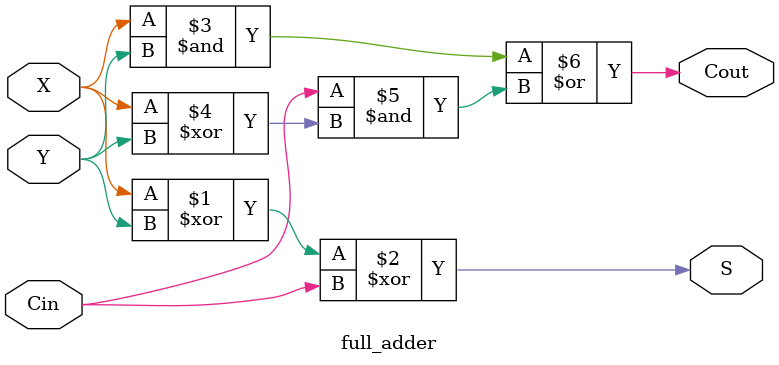
<source format=v>
module sum4bits (
  input cin,
  input signed [3:0] x, y,
  output signed [3:0] s,
  output ov);
  
  wire C[3:0];
  
  full_adder b0 ( cin, x[0], y[0], s[0], C[0]);
  full_adder b1 (C[0], x[1], y[1], s[1], C[1]);
  full_adder b2 (C[1], x[2], y[2], s[2], C[2]);
  full_adder b3 (C[2], x[3], y[3], s[3], C[3]);

  assign ov = C[2] ^ C[3];
endmodule

module full_adder(
    input Cin, X, Y,
    output S, Cout);
    assign S = X ^ Y ^ Cin;
    assign Cout = X & Y | Cin & (X ^ Y);    
endmodule
</source>
